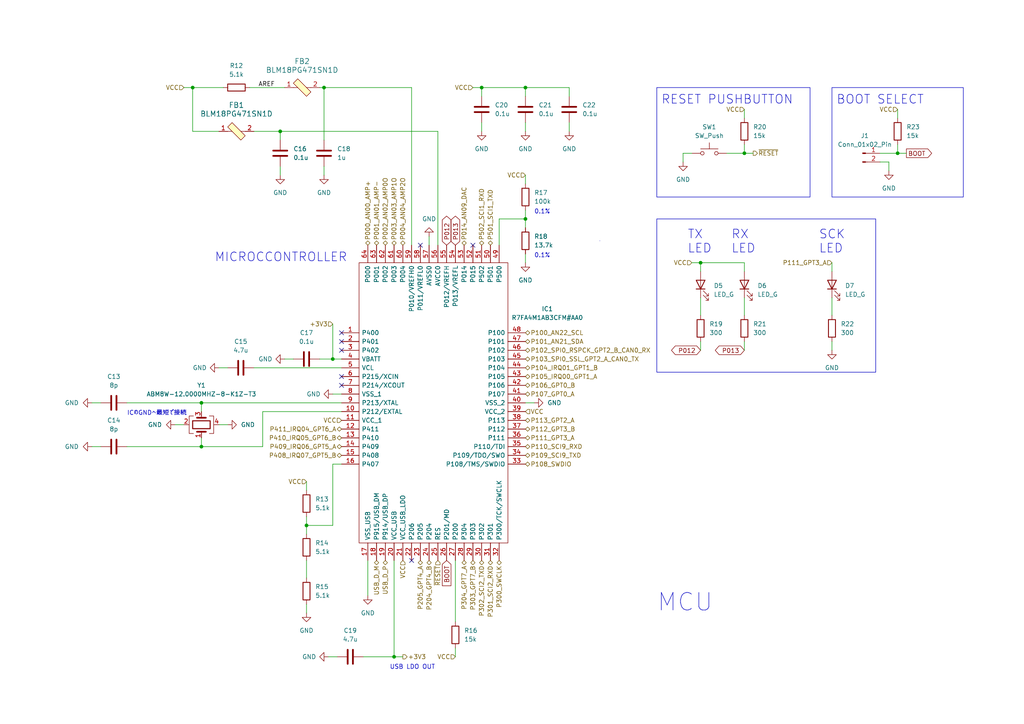
<source format=kicad_sch>
(kicad_sch (version 20230121) (generator eeschema)
  (paper "A4")
  (lib_symbols
    (symbol "Connector:Conn_01x02_Pin" (pin_names (offset 1.016) hide)
      (property "Reference" "J" (at 0 2.54 0))
      (property "Value" "Conn_01x02_Pin" (at 0 -5.08 0))
      (symbol "Conn_01x02_Pin_1_1"
        (polyline (pts (xy 1.27 -2.54) (xy 0.8636 -2.54)) (stroke (width 0.1524)))
        (polyline (pts (xy 1.27 0) (xy 0.8636 0)) (stroke (width 0.1524)))
        (rectangle (start 0.8636 -2.413) (end 0 -2.667) (stroke (width 0.1524)) (fill (type outline)))
        (rectangle (start 0.8636 0.127) (end 0 -0.127) (stroke (width 0.1524)) (fill (type outline)))
        (pin passive line (at 5.08 0 180) (length 3.81) (name "Pin_1") (number "1"))
        (pin passive line (at 5.08 -2.54 180) (length 3.81) (name "Pin_2") (number "2"))
      )
    )
    (symbol "Device:C" (pin_numbers hide) (pin_names (offset 0.254))
      (property "Reference" "C" (at 0.635 2.54 0))
      (property "Value" "C" (at 0.635 -2.54 0))
      (symbol "C_0_1"
        (polyline (pts (xy -2.032 -0.762) (xy 2.032 -0.762)) (stroke (width 0.508)))
        (polyline (pts (xy -2.032 0.762) (xy 2.032 0.762)) (stroke (width 0.508)))
      )
      (symbol "C_1_1"
        (pin passive line (at 0 3.81 270) (length 2.794) (name "~") (number "1"))
        (pin passive line (at 0 -3.81 90) (length 2.794) (name "~") (number "2"))
      )
    )
    (symbol "Device:Crystal_GND24" (pin_names (offset 1.016) hide)
      (property "Reference" "Y" (at 3.175 5.08 0))
      (property "Value" "Crystal_GND24" (at 3.175 3.175 0))
      (symbol "Crystal_GND24_0_1"
        (rectangle (start -1.143 2.54) (end 1.143 -2.54) (stroke (width 0.3048)))
        (polyline (pts (xy -2.54 0) (xy -2.032 0)))
        (polyline (pts (xy -2.032 -1.27) (xy -2.032 1.27)) (stroke (width 0.508)))
        (polyline (pts (xy 0 -3.81) (xy 0 -3.556)))
        (polyline (pts (xy 0 3.556) (xy 0 3.81)))
        (polyline (pts (xy 2.032 -1.27) (xy 2.032 1.27)) (stroke (width 0.508)))
        (polyline (pts (xy 2.032 0) (xy 2.54 0)))
        (polyline (pts (xy -2.54 -2.286) (xy -2.54 -3.556) (xy 2.54 -3.556) (xy 2.54 -2.286)))
        (polyline (pts (xy -2.54 2.286) (xy -2.54 3.556) (xy 2.54 3.556) (xy 2.54 2.286)))
      )
      (symbol "Crystal_GND24_1_1"
        (pin passive line (at -3.81 0 0) (length 1.27) (name "1") (number "1"))
        (pin passive line (at 0 5.08 270) (length 1.27) (name "2") (number "2"))
        (pin passive line (at 3.81 0 180) (length 1.27) (name "3") (number "3"))
        (pin passive line (at 0 -5.08 90) (length 1.27) (name "4") (number "4"))
      )
    )
    (symbol "Device:LED" (pin_numbers hide) (pin_names (offset 1.016) hide)
      (property "Reference" "D" (at 0 2.54 0))
      (property "Value" "LED" (at 0 -2.54 0))
      (symbol "LED_0_1"
        (polyline (pts (xy -1.27 -1.27) (xy -1.27 1.27)) (stroke (width 0.254)))
        (polyline (pts (xy -1.27 0) (xy 1.27 0)))
        (polyline (pts (xy 1.27 -1.27) (xy 1.27 1.27) (xy -1.27 0) (xy 1.27 -1.27)) (stroke (width 0.254)))
        (polyline (pts (xy -3.048 -0.762) (xy -4.572 -2.286) (xy -3.81 -2.286) (xy -4.572 -2.286) (xy -4.572 -1.524)))
        (polyline (pts (xy -1.778 -0.762) (xy -3.302 -2.286) (xy -2.54 -2.286) (xy -3.302 -2.286) (xy -3.302 -1.524)))
      )
      (symbol "LED_1_1"
        (pin passive line (at -3.81 0 0) (length 2.54) (name "K") (number "1"))
        (pin passive line (at 3.81 0 180) (length 2.54) (name "A") (number "2"))
      )
    )
    (symbol "Device:R" (pin_numbers hide) (pin_names (offset 0))
      (property "Reference" "R" (at 2.032 0 90))
      (property "Value" "R" (at 0 0 90))
      (symbol "R_0_1"
        (rectangle (start -1.016 -2.54) (end 1.016 2.54) (stroke (width 0.254)))
      )
      (symbol "R_1_1"
        (pin passive line (at 0 3.81 270) (length 1.27) (name "~") (number "1"))
        (pin passive line (at 0 -3.81 90) (length 1.27) (name "~") (number "2"))
      )
    )
    (symbol "SamacSys_Parts:R7FA4M1AB3CFM#AA0" (pin_names (offset 0.762))
      (property "Reference" "IC" (at 49.53 25.4 0))
      (property "Value" "R7FA4M1AB3CFM#AA0" (at 49.53 22.86 0))
      (symbol "R7FA4M1AB3CFM#AA0_0_0"
        (pin passive line (at 0 0 0) (length 5.08) (name "P400") (number "1"))
        (pin passive line (at 0 -22.86 0) (length 5.08) (name "P212/EXTAL") (number "10"))
        (pin passive line (at 0 -25.4 0) (length 5.08) (name "VCC_1") (number "11"))
        (pin passive line (at 0 -27.94 0) (length 5.08) (name "P411") (number "12"))
        (pin passive line (at 0 -30.48 0) (length 5.08) (name "P410") (number "13"))
        (pin passive line (at 0 -33.02 0) (length 5.08) (name "P409") (number "14"))
        (pin passive line (at 0 -35.56 0) (length 5.08) (name "P408") (number "15"))
        (pin passive line (at 0 -38.1 0) (length 5.08) (name "P407") (number "16"))
        (pin passive line (at 7.62 -66.04 90) (length 5.08) (name "VSS_USB") (number "17"))
        (pin passive line (at 10.16 -66.04 90) (length 5.08) (name "P915/USB_DM") (number "18"))
        (pin passive line (at 12.7 -66.04 90) (length 5.08) (name "P914/USB_DP") (number "19"))
        (pin passive line (at 0 -2.54 0) (length 5.08) (name "P401") (number "2"))
        (pin passive line (at 15.24 -66.04 90) (length 5.08) (name "VCC_USB") (number "20"))
        (pin passive line (at 17.78 -66.04 90) (length 5.08) (name "VCC_USB_LDO") (number "21"))
        (pin passive line (at 20.32 -66.04 90) (length 5.08) (name "P206") (number "22"))
        (pin passive line (at 22.86 -66.04 90) (length 5.08) (name "P205") (number "23"))
        (pin passive line (at 25.4 -66.04 90) (length 5.08) (name "P204") (number "24"))
        (pin passive line (at 27.94 -66.04 90) (length 5.08) (name "RES") (number "25"))
        (pin passive line (at 30.48 -66.04 90) (length 5.08) (name "P201/MD") (number "26"))
        (pin passive line (at 33.02 -66.04 90) (length 5.08) (name "P200") (number "27"))
        (pin passive line (at 35.56 -66.04 90) (length 5.08) (name "P304") (number "28"))
        (pin passive line (at 38.1 -66.04 90) (length 5.08) (name "P303") (number "29"))
        (pin passive line (at 0 -5.08 0) (length 5.08) (name "P402") (number "3"))
        (pin passive line (at 40.64 -66.04 90) (length 5.08) (name "P302") (number "30"))
        (pin passive line (at 43.18 -66.04 90) (length 5.08) (name "P301") (number "31"))
        (pin passive line (at 45.72 -66.04 90) (length 5.08) (name "P300/TCK/SWCLK") (number "32"))
        (pin passive line (at 53.34 -38.1 180) (length 5.08) (name "P108/TMS/SWDIO") (number "33"))
        (pin passive line (at 53.34 -35.56 180) (length 5.08) (name "P109/TDO/SWO") (number "34"))
        (pin passive line (at 53.34 -33.02 180) (length 5.08) (name "P110/TDI") (number "35"))
        (pin passive line (at 53.34 -30.48 180) (length 5.08) (name "P111") (number "36"))
        (pin passive line (at 53.34 -27.94 180) (length 5.08) (name "P112") (number "37"))
        (pin passive line (at 53.34 -25.4 180) (length 5.08) (name "P113") (number "38"))
        (pin passive line (at 53.34 -22.86 180) (length 5.08) (name "VCC_2") (number "39"))
        (pin passive line (at 0 -7.62 0) (length 5.08) (name "VBATT") (number "4"))
        (pin passive line (at 53.34 -20.32 180) (length 5.08) (name "VSS_2") (number "40"))
        (pin passive line (at 53.34 -17.78 180) (length 5.08) (name "P107") (number "41"))
        (pin passive line (at 53.34 -15.24 180) (length 5.08) (name "P106") (number "42"))
        (pin passive line (at 53.34 -12.7 180) (length 5.08) (name "P105") (number "43"))
        (pin passive line (at 53.34 -10.16 180) (length 5.08) (name "P104") (number "44"))
        (pin passive line (at 53.34 -7.62 180) (length 5.08) (name "P103") (number "45"))
        (pin passive line (at 53.34 -5.08 180) (length 5.08) (name "P102") (number "46"))
        (pin passive line (at 53.34 -2.54 180) (length 5.08) (name "P101") (number "47"))
        (pin passive line (at 53.34 0 180) (length 5.08) (name "P100") (number "48"))
        (pin passive line (at 45.72 25.4 270) (length 5.08) (name "P500") (number "49"))
        (pin passive line (at 0 -10.16 0) (length 5.08) (name "VCL") (number "5"))
        (pin passive line (at 43.18 25.4 270) (length 5.08) (name "P501") (number "50"))
        (pin passive line (at 40.64 25.4 270) (length 5.08) (name "P502") (number "51"))
        (pin passive line (at 38.1 25.4 270) (length 5.08) (name "P015") (number "52"))
        (pin passive line (at 35.56 25.4 270) (length 5.08) (name "P014") (number "53"))
        (pin passive line (at 33.02 25.4 270) (length 5.08) (name "P013/VREFL") (number "54"))
        (pin passive line (at 30.48 25.4 270) (length 5.08) (name "P012/VREFH") (number "55"))
        (pin passive line (at 27.94 25.4 270) (length 5.08) (name "AVCC0") (number "56"))
        (pin passive line (at 25.4 25.4 270) (length 5.08) (name "AVSS0") (number "57"))
        (pin passive line (at 22.86 25.4 270) (length 5.08) (name "P011/VREFL0") (number "58"))
        (pin passive line (at 20.32 25.4 270) (length 5.08) (name "P010/VREFH0") (number "59"))
        (pin passive line (at 0 -12.7 0) (length 5.08) (name "P215/XCIN") (number "6"))
        (pin passive line (at 17.78 25.4 270) (length 5.08) (name "P004") (number "60"))
        (pin passive line (at 15.24 25.4 270) (length 5.08) (name "P003") (number "61"))
        (pin passive line (at 12.7 25.4 270) (length 5.08) (name "P002") (number "62"))
        (pin passive line (at 10.16 25.4 270) (length 5.08) (name "P001") (number "63"))
        (pin passive line (at 7.62 25.4 270) (length 5.08) (name "P000") (number "64"))
        (pin passive line (at 0 -15.24 0) (length 5.08) (name "P214/XCOUT") (number "7"))
        (pin passive line (at 0 -17.78 0) (length 5.08) (name "VSS_1") (number "8"))
        (pin passive line (at 0 -20.32 0) (length 5.08) (name "P213/XTAL") (number "9"))
      )
      (symbol "R7FA4M1AB3CFM#AA0_0_1"
        (polyline (pts (xy 5.08 20.32) (xy 48.26 20.32) (xy 48.26 -60.96) (xy 5.08 -60.96) (xy 5.08 20.32)) (stroke (width 0.1524)))
      )
    )
    (symbol "Switch:SW_Push" (pin_numbers hide) (pin_names (offset 1.016) hide)
      (property "Reference" "SW" (at 1.27 2.54 0))
      (property "Value" "SW_Push" (at 0 -1.524 0))
      (symbol "SW_Push_0_1"
        (circle (center -2.032 0) (radius 0.508))
        (polyline (pts (xy 0 1.27) (xy 0 3.048)))
        (polyline (pts (xy 2.54 1.27) (xy -2.54 1.27)))
        (circle (center 2.032 0) (radius 0.508))
        (pin passive line (at -5.08 0 0) (length 2.54) (name "1") (number "1"))
        (pin passive line (at 5.08 0 180) (length 2.54) (name "2") (number "2"))
      )
    )
    (symbol "dk_Ferrite-Beads-and-Chips:BLM18PG471SN1D" (pin_names (offset 1.016))
      (property "Reference" "FB" (at -3.81 3.81 0))
      (property "Value" "BLM18PG471SN1D" (at 0 -3.81 0))
      (symbol "BLM18PG471SN1D_0_1"
        (polyline (pts (xy -1.27 0) (xy -2.54 0)))
        (polyline (pts (xy 1.27 0) (xy 2.54 0)))
        (polyline (pts (xy -1.27 2.54) (xy -2.54 1.27) (xy 1.27 -2.54) (xy 2.54 -1.27) (xy -1.27 2.54)) (fill (type background)))
      )
      (symbol "BLM18PG471SN1D_1_1"
        (pin passive line (at -5.08 0 0) (length 2.54) (name "~") (number "1"))
        (pin passive line (at 5.08 0 180) (length 2.54) (name "~") (number "2"))
      )
    )
    (symbol "power:GND" (power) (pin_names (offset 0))
      (property "Value" "GND" (at 0 -3.81 0))
      (symbol "GND_0_1"
        (polyline (pts (xy 0 0) (xy 0 -1.27) (xy 1.27 -1.27) (xy 0 -2.54) (xy -1.27 -1.27) (xy 0 -1.27)))
      )
      (symbol "GND_1_1"
        (pin power_in line (at 0 0 270) (length 0) hide (name "GND") (number "1"))
      )
    )
  )
  (junction (at 114.3 190.5))
  (junction (at 96.52 104.14))
  (junction (at 203.2 76.2))
  (junction (at 55.88 25.4))
  (junction (at 152.4 63.5))
  (junction (at 88.9 152.4))
  (junction (at 58.42 129.54))
  (junction (at 139.7 25.4))
  (junction (at 81.28 38.1))
  (junction (at 260.35 44.45))
  (junction (at 93.98 25.4))
  (junction (at 215.9 44.45))
  (junction (at 152.4 25.4))
  (junction (at 58.42 116.84))
  (no_connect (at 99.06 109.22))
  (no_connect (at 137.16 71.12))
  (no_connect (at 99.06 96.52))
  (no_connect (at 121.92 71.12))
  (no_connect (at 119.38 162.56))
  (no_connect (at 99.06 101.6))
  (no_connect (at 99.06 99.06))
  (no_connect (at 99.06 111.76))
  (wire (pts (xy 58.42 129.54) (xy 58.42 127)))
  (wire (pts (xy 81.28 50.8) (xy 81.28 48.26)))
  (wire (pts (xy 26.67 116.84) (xy 29.21 116.84)))
  (wire (pts (xy 215.9 31.75) (xy 215.9 34.29)))
  (wire (pts (xy 139.7 25.4) (xy 152.4 25.4)))
  (wire (pts (xy 55.88 25.4) (xy 64.77 25.4)))
  (wire (pts (xy 88.9 149.86) (xy 88.9 152.4)))
  (wire (pts (xy 105.41 190.5) (xy 114.3 190.5)))
  (wire (pts (xy 114.3 190.5) (xy 116.84 190.5)))
  (wire (pts (xy 99.06 134.62) (xy 96.52 134.62)))
  (wire (pts (xy 260.35 31.75) (xy 260.35 34.29)))
  (wire (pts (xy 93.98 25.4) (xy 119.38 25.4)))
  (wire (pts (xy 93.98 40.64) (xy 93.98 25.4)))
  (wire (pts (xy 198.12 44.45) (xy 200.66 44.45)))
  (wire (pts (xy 96.52 114.3) (xy 99.06 114.3)))
  (wire (pts (xy 215.9 76.2) (xy 215.9 78.74)))
  (wire (pts (xy 132.08 187.96) (xy 132.08 190.5)))
  (wire (pts (xy 88.9 162.56) (xy 88.9 167.64)))
  (wire (pts (xy 203.2 86.36) (xy 203.2 91.44)))
  (wire (pts (xy 152.4 60.96) (xy 152.4 63.5)))
  (wire (pts (xy 215.9 41.91) (xy 215.9 44.45)))
  (wire (pts (xy 95.25 190.5) (xy 97.79 190.5)))
  (wire (pts (xy 63.5 38.1) (xy 55.88 38.1)))
  (wire (pts (xy 36.83 116.84) (xy 58.42 116.84)))
  (wire (pts (xy 93.98 50.8) (xy 93.98 48.26)))
  (wire (pts (xy 139.7 38.1) (xy 139.7 35.56)))
  (wire (pts (xy 241.3 76.2) (xy 241.3 78.74)))
  (wire (pts (xy 215.9 86.36) (xy 215.9 91.44)))
  (wire (pts (xy 114.3 162.56) (xy 114.3 190.5)))
  (wire (pts (xy 96.52 104.14) (xy 99.06 104.14)))
  (wire (pts (xy 92.71 25.4) (xy 93.98 25.4)))
  (wire (pts (xy 144.78 71.12) (xy 144.78 63.5)))
  (wire (pts (xy 132.08 162.56) (xy 132.08 180.34)))
  (wire (pts (xy 26.67 129.54) (xy 29.21 129.54)))
  (wire (pts (xy 137.16 25.4) (xy 139.7 25.4)))
  (wire (pts (xy 81.28 40.64) (xy 81.28 38.1)))
  (wire (pts (xy 203.2 76.2) (xy 203.2 78.74)))
  (wire (pts (xy 203.2 76.2) (xy 215.9 76.2)))
  (wire (pts (xy 88.9 175.26) (xy 88.9 177.8)))
  (wire (pts (xy 73.66 38.1) (xy 81.28 38.1)))
  (wire (pts (xy 96.52 93.98) (xy 96.52 104.14)))
  (wire (pts (xy 152.4 38.1) (xy 152.4 35.56)))
  (wire (pts (xy 58.42 129.54) (xy 76.2 129.54)))
  (wire (pts (xy 255.27 44.45) (xy 260.35 44.45)))
  (wire (pts (xy 257.81 49.53) (xy 257.81 46.99)))
  (wire (pts (xy 92.71 104.14) (xy 96.52 104.14)))
  (wire (pts (xy 76.2 119.38) (xy 76.2 129.54)))
  (wire (pts (xy 96.52 152.4) (xy 88.9 152.4)))
  (wire (pts (xy 72.39 25.4) (xy 82.55 25.4)))
  (wire (pts (xy 58.42 116.84) (xy 99.06 116.84)))
  (wire (pts (xy 152.4 27.94) (xy 152.4 25.4)))
  (wire (pts (xy 58.42 119.38) (xy 58.42 116.84)))
  (wire (pts (xy 88.9 139.7) (xy 88.9 142.24)))
  (wire (pts (xy 152.4 63.5) (xy 152.4 66.04)))
  (wire (pts (xy 63.5 106.68) (xy 66.04 106.68)))
  (wire (pts (xy 154.94 116.84) (xy 152.4 116.84)))
  (wire (pts (xy 124.46 68.58) (xy 124.46 71.12)))
  (wire (pts (xy 198.12 44.45) (xy 198.12 46.99)))
  (wire (pts (xy 257.81 46.99) (xy 255.27 46.99)))
  (wire (pts (xy 260.35 41.91) (xy 260.35 44.45)))
  (wire (pts (xy 203.2 99.06) (xy 203.2 101.6)))
  (wire (pts (xy 260.35 44.45) (xy 262.89 44.45)))
  (wire (pts (xy 76.2 119.38) (xy 99.06 119.38)))
  (wire (pts (xy 152.4 73.66) (xy 152.4 76.2)))
  (wire (pts (xy 88.9 152.4) (xy 88.9 154.94)))
  (wire (pts (xy 73.66 106.68) (xy 99.06 106.68)))
  (wire (pts (xy 36.83 129.54) (xy 58.42 129.54)))
  (wire (pts (xy 152.4 50.8) (xy 152.4 53.34)))
  (wire (pts (xy 139.7 25.4) (xy 139.7 27.94)))
  (wire (pts (xy 106.68 172.72) (xy 106.68 162.56)))
  (wire (pts (xy 210.82 44.45) (xy 215.9 44.45)))
  (wire (pts (xy 165.1 25.4) (xy 152.4 25.4)))
  (wire (pts (xy 63.5 123.19) (xy 66.04 123.19)))
  (wire (pts (xy 81.28 38.1) (xy 127 38.1)))
  (wire (pts (xy 55.88 38.1) (xy 55.88 25.4)))
  (wire (pts (xy 96.52 134.62) (xy 96.52 152.4)))
  (wire (pts (xy 53.34 25.4) (xy 55.88 25.4)))
  (wire (pts (xy 241.3 86.36) (xy 241.3 91.44)))
  (wire (pts (xy 200.66 76.2) (xy 203.2 76.2)))
  (wire (pts (xy 53.34 123.19) (xy 50.8 123.19)))
  (wire (pts (xy 165.1 27.94) (xy 165.1 25.4)))
  (wire (pts (xy 215.9 44.45) (xy 218.44 44.45)))
  (wire (pts (xy 144.78 63.5) (xy 152.4 63.5)))
  (wire (pts (xy 241.3 99.06) (xy 241.3 101.6)))
  (wire (pts (xy 215.9 99.06) (xy 215.9 101.6)))
  (wire (pts (xy 165.1 38.1) (xy 165.1 35.56)))
  (wire (pts (xy 119.38 25.4) (xy 119.38 71.12)))
  (wire (pts (xy 127 38.1) (xy 127 71.12)))
  (wire (pts (xy 82.55 104.14) (xy 85.09 104.14)))
  (rectangle (start 173.99 69.85) (end 173.99 69.85))
  (rectangle (start 241.3 25.4) (end 279.4 57.15))
  (rectangle (start 190.5 25.4) (end 234.95 57.15))
  (rectangle (start 190.5 63.5) (end 254 107.95))
  (text "SCK\nLED" (at 237.49 73.66 0) (effects (font (size 2.54 2.54)) (justify left bottom)))
  (text "RX\nLED" (at 212.09 73.66 0) (effects (font (size 2.54 2.54)) (justify left bottom)))
  (text "MICROCCONTROLLER" (at 62.23 76.2 0) (effects (font (size 2.54 2.54)) (justify left bottom)))
  (text "BOOT SELECT" (at 242.57 30.48 0) (effects (font (size 2.54 2.54)) (justify left bottom)))
  (text "ICのGNDへ最短で接続" (at 36.83 120.65 0) (effects (font (size 1.27 1.27)) (justify left bottom)))
  (text "0.1%" (at 154.94 62.23 0) (effects (font (size 1.27 1.27)) (justify left bottom)))
  (text "MCU" (at 190.5 177.8 0) (effects (font (size 5.08 5.08)) (justify left bottom)))
  (text "0.1%" (at 154.94 74.93 0) (effects (font (size 1.27 1.27)) (justify left bottom)))
  (text "RESET PUSHBUTTON" (at 191.77 30.48 0) (effects (font (size 2.54 2.54)) (justify left bottom)))
  (text "TX\nLED" (at 199.39 73.66 0) (effects (font (size 2.54 2.54)) (justify left bottom)))
  (text "USB LDO OUT" (at 113.03 194.31 0) (effects (font (size 1.27 1.27)) (justify left bottom)))
  (label "AREF" (at 74.93 25.4 0))
  (global_label "P013" (shape bidirectional) (at 215.9 101.6 180) (property "Intersheetrefs" "${INTERSHEET_REFS}" (effects hide)))
  (global_label "BOOT" (shape input) (at 129.54 162.56 270) (property "Intersheetrefs" "${INTERSHEET_REFS}" (effects hide)))
  (global_label "P013" (shape bidirectional) (at 132.08 71.12 90) (property "Intersheetrefs" "${INTERSHEET_REFS}" (effects hide)))
  (global_label "BOOT" (shape output) (at 262.89 44.45 0) (property "Intersheetrefs" "${INTERSHEET_REFS}" (effects hide)))
  (global_label "P012" (shape bidirectional) (at 129.54 71.12 90) (property "Intersheetrefs" "${INTERSHEET_REFS}" (effects hide)))
  (global_label "P012" (shape bidirectional) (at 203.2 101.6 180) (property "Intersheetrefs" "${INTERSHEET_REFS}" (effects hide)))
  (hierarchical_label "P003_AN03_AMP1O" (shape bidirectional) (at 114.3 71.12 90))
  (hierarchical_label "P004_AN04_AMP2O" (shape bidirectional) (at 116.84 71.12 90))
  (hierarchical_label "P304_GPT7_A" (shape bidirectional) (at 134.62 162.56 270))
  (hierarchical_label "P113_GPT2_A" (shape bidirectional) (at 152.4 121.92 0))
  (hierarchical_label "~{RESET}" (shape input) (at 127 162.56 270))
  (hierarchical_label "P111_GPT3_A" (shape input) (at 241.3 76.2 180))
  (hierarchical_label "+3V3" (shape output) (at 116.84 190.5 0))
  (hierarchical_label "P100_AN22_SCL" (shape bidirectional) (at 152.4 96.52 0))
  (hierarchical_label "P102_SPI0_RSPCK_GPT2_B_CAN0_RX" (shape bidirectional) (at 152.4 101.6 0))
  (hierarchical_label "VCC" (shape input) (at 137.16 25.4 180))
  (hierarchical_label "P410_IRQ05_GPT6_B" (shape bidirectional) (at 99.06 127 180))
  (hierarchical_label "P111_GPT3_A" (shape bidirectional) (at 152.4 127 0))
  (hierarchical_label "VCC" (shape input) (at 152.4 50.8 180))
  (hierarchical_label "P303_GPT7_B" (shape bidirectional) (at 137.16 162.56 270))
  (hierarchical_label "VCC" (shape input) (at 116.84 162.56 270))
  (hierarchical_label "P104_IRQ01_GPT1_B" (shape bidirectional) (at 152.4 106.68 0))
  (hierarchical_label "P108_SWDIO" (shape bidirectional) (at 152.4 134.62 0))
  (hierarchical_label "+3V3" (shape input) (at 96.52 93.98 180))
  (hierarchical_label "P002_AN02_AMP0O" (shape bidirectional) (at 111.76 71.12 90))
  (hierarchical_label "P109_SCI9_TXD" (shape bidirectional) (at 152.4 132.08 0))
  (hierarchical_label "P000_AN00_AMP+" (shape bidirectional) (at 106.68 71.12 90))
  (hierarchical_label "P502_SCI1_RXD" (shape bidirectional) (at 139.7 71.12 90))
  (hierarchical_label "VCC" (shape input) (at 152.4 119.38 0))
  (hierarchical_label "P001_AN01_AMP-" (shape bidirectional) (at 109.22 71.12 90))
  (hierarchical_label "VCC" (shape input) (at 132.08 190.5 180))
  (hierarchical_label "P205_GPT4_A" (shape bidirectional) (at 121.92 162.56 270))
  (hierarchical_label "P110_SCI9_RXD" (shape bidirectional) (at 152.4 129.54 0))
  (hierarchical_label "VCC" (shape input) (at 215.9 31.75 180))
  (hierarchical_label "P103_SPI0_SSL_GPT2_A_CAN0_TX" (shape bidirectional) (at 152.4 104.14 0))
  (hierarchical_label "P112_GPT3_B" (shape bidirectional) (at 152.4 124.46 0))
  (hierarchical_label "VCC" (shape input) (at 88.9 139.7 180))
  (hierarchical_label "P501_SCI1_TXD" (shape bidirectional) (at 142.24 71.12 90))
  (hierarchical_label "P106_GPT0_B" (shape bidirectional) (at 152.4 111.76 0))
  (hierarchical_label "P409_IRQ06_GPT5_A" (shape bidirectional) (at 99.06 129.54 180))
  (hierarchical_label "P302_SCI2_TXD" (shape bidirectional) (at 139.7 162.56 270))
  (hierarchical_label "P101_AN21_SDA" (shape bidirectional) (at 152.4 99.06 0))
  (hierarchical_label "P014_AN09_DAC" (shape bidirectional) (at 134.62 71.12 90))
  (hierarchical_label "P105_IRQ00_GPT1_A" (shape bidirectional) (at 152.4 109.22 0))
  (hierarchical_label "VCC" (shape input) (at 200.66 76.2 180))
  (hierarchical_label "P411_IRQ04_GPT6_A" (shape bidirectional) (at 99.06 124.46 180))
  (hierarchical_label "~{RESET}" (shape output) (at 218.44 44.45 0))
  (hierarchical_label "USB_D_P" (shape bidirectional) (at 111.76 162.56 270))
  (hierarchical_label "P107_GPT0_A" (shape bidirectional) (at 152.4 114.3 0))
  (hierarchical_label "P408_IRQ07_GPT5_B" (shape bidirectional) (at 99.06 132.08 180))
  (hierarchical_label "VCC" (shape input) (at 53.34 25.4 180))
  (hierarchical_label "VCC" (shape input) (at 99.06 121.92 180))
  (hierarchical_label "P301_SCI2_RXD" (shape bidirectional) (at 142.24 162.56 270))
  (hierarchical_label "P300_SWCLK" (shape bidirectional) (at 144.78 162.56 270))
  (hierarchical_label "USB_D_M" (shape bidirectional) (at 109.22 162.56 270))
  (hierarchical_label "P204_GPT4_B" (shape bidirectional) (at 124.46 162.56 270))
  (hierarchical_label "VCC" (shape input) (at 260.35 31.75 180))
  (symbol (lib_id "Device:R") (at 88.9 146.05 180) (unit 1)
    (property "Reference" "R13" (at 91.44 144.78 0) (effects (justify right)))
    (property "Value" "5.1k" (at 91.44 147.32 0) (effects (justify right)))
    (property "Footprint" "Resistor_SMD:R_0603_1608Metric" (effects hide))
    (property "発注先" "Digi-Key" (effects hide))
  )
  (symbol (lib_id "power:GND") (at 95.25 190.5 270) (unit 1)
    (property "Reference" "#PWR040" (effects hide))
    (property "Value" "GND" (at 87.63 190.5 90) (effects (justify left)))
  )
  (symbol (lib_id "power:GND") (at 198.12 46.99 0) (unit 1)
    (property "Reference" "#PWR049" (effects hide))
    (property "Value" "GND" (at 198.12 52.07 0))
  )
  (symbol (lib_id "power:GND") (at 165.1 38.1 0) (unit 1)
    (property "Reference" "#PWR048" (effects hide))
    (property "Value" "GND" (at 165.1 43.18 0))
  )
  (symbol (lib_id "Device:C") (at 152.4 31.75 0) (unit 1)
    (property "Reference" "C21" (at 156.21 30.48 0) (effects (justify left)))
    (property "Value" "0.1u" (at 156.21 33.02 0) (effects (justify left)))
    (property "Footprint" "Capacitor_SMD:C_0603_1608Metric" (effects hide))
    (property "発注先" "Digi-Key" (effects hide))
  )
  (symbol (lib_id "power:GND") (at 241.3 101.6 0) (unit 1)
    (property "Reference" "#PWR050" (effects hide))
    (property "Value" "GND" (at 241.3 106.68 0))
  )
  (symbol (lib_id "Device:R") (at 215.9 95.25 0) (unit 1)
    (property "Reference" "R21" (at 218.44 93.98 0) (effects (justify left)))
    (property "Value" "300" (at 218.44 96.52 0) (effects (justify left)))
    (property "Footprint" "Resistor_SMD:R_0603_1608Metric" (effects hide))
    (property "発注先" "Digi-Key" (effects hide))
  )
  (symbol (lib_id "Connector:Conn_01x02_Pin") (at 250.19 44.45 0) (unit 1)
    (property "Reference" "J1" (at 250.825 39.37 0))
    (property "Value" "Conn_01x02_Pin" (at 250.825 41.91 0))
    (property "Footprint" "Connector_PinHeader_2.54mm:PinHeader_1x02_P2.54mm_Vertical" (effects hide))
  )
  (symbol (lib_id "Device:R") (at 88.9 171.45 180) (unit 1)
    (property "Reference" "R15" (at 91.44 170.18 0) (effects (justify right)))
    (property "Value" "5.1k" (at 91.44 172.72 0) (effects (justify right)))
    (property "Footprint" "Resistor_SMD:R_0603_1608Metric" (effects hide))
    (property "発注先" "Digi-Key" (effects hide))
  )
  (symbol (lib_id "power:GND") (at 88.9 177.8 0) (unit 1)
    (property "Reference" "#PWR038" (effects hide))
    (property "Value" "GND" (at 88.9 182.88 0))
  )
  (symbol (lib_id "dk_Ferrite-Beads-and-Chips:BLM18PG471SN1D") (at 87.63 25.4 0) (unit 1)
    (property "Reference" "FB2" (at 87.63 17.78 0) (effects (font (size 1.524 1.524))))
    (property "Value" "BLM18PG471SN1D" (at 87.63 20.32 0) (effects (font (size 1.524 1.524))))
    (property "Footprint" "digikey-footprints:0603" (effects hide))
    (property "Datasheet" "https://www.murata.com/en-us/products/productdata/8796738650142/ENFA0003.pdf" (effects hide))
    (property "Digi-Key_PN" "490-5223-1-ND" (effects hide))
    (property "MPN" "BLM18PG471SN1D" (effects hide))
    (property "Category" "Filters" (effects hide))
    (property "Family" "Ferrite Beads and Chips" (effects hide))
    (property "DK_Datasheet_Link" "https://www.murata.com/en-us/products/productdata/8796738650142/ENFA0003.pdf" (effects hide))
    (property "DK_Detail_Page" "/product-detail/en/murata-electronics-north-america/BLM18PG471SN1D/490-5223-1-ND/1948399" (effects hide))
    (property "Description" "FERRITE BEAD 470 OHM 0603 1LN" (effects hide))
    (property "Manufacturer" "Murata Electronics North America" (effects hide))
    (property "Status" "Active" (effects hide))
    (property "発注先" "Digi-Key" (effects hide))
  )
  (symbol (lib_id "Device:R") (at 203.2 95.25 0) (unit 1)
    (property "Reference" "R19" (at 205.74 93.98 0) (effects (justify left)))
    (property "Value" "300" (at 205.74 96.52 0) (effects (justify left)))
    (property "Footprint" "Resistor_SMD:R_0603_1608Metric" (effects hide))
    (property "発注先" "Digi-Key" (effects hide))
  )
  (symbol (lib_id "power:GND") (at 82.55 104.14 270) (unit 1)
    (property "Reference" "#PWR037" (effects hide))
    (property "Value" "GND" (at 74.93 104.14 90) (effects (justify left)))
  )
  (symbol (lib_id "power:GND") (at 257.81 49.53 0) (unit 1)
    (property "Reference" "#PWR051" (effects hide))
    (property "Value" "GND" (at 257.81 54.61 0))
  )
  (symbol (lib_id "Device:R") (at 152.4 69.85 180) (unit 1)
    (property "Reference" "R18" (at 154.94 68.58 0) (effects (justify right)))
    (property "Value" "13.7k" (at 154.94 71.12 0) (effects (justify right)))
    (property "Footprint" "Resistor_SMD:R_0603_1608Metric" (effects hide))
    (property "発注先" "Digi-Key" (effects hide))
  )
  (symbol (lib_id "power:GND") (at 93.98 50.8 0) (unit 1)
    (property "Reference" "#PWR039" (effects hide))
    (property "Value" "GND" (at 93.98 55.88 0))
  )
  (symbol (lib_id "Device:LED") (at 215.9 82.55 90) (unit 1)
    (property "Reference" "D6" (at 219.71 82.8675 90) (effects (justify right)))
    (property "Value" "LED_G" (at 219.71 85.4075 90) (effects (justify right)))
    (property "Footprint" "LED_SMD:LED_0603_1608Metric" (effects hide))
    (property "発注先" "Digi-Key" (effects hide))
  )
  (symbol (lib_id "Device:R") (at 241.3 95.25 0) (unit 1)
    (property "Reference" "R22" (at 243.84 93.98 0) (effects (justify left)))
    (property "Value" "300" (at 243.84 96.52 0) (effects (justify left)))
    (property "Footprint" "Resistor_SMD:R_0603_1608Metric" (effects hide))
    (property "発注先" "Digi-Key" (effects hide))
  )
  (symbol (lib_id "Device:R") (at 68.58 25.4 90) (unit 1)
    (property "Reference" "R12" (at 68.58 19.05 90))
    (property "Value" "5.1k" (at 68.58 21.59 90))
    (property "Footprint" "Resistor_SMD:R_0603_1608Metric" (effects hide))
    (property "発注先" "Digi-Key" (effects hide))
  )
  (symbol (lib_id "power:GND") (at 26.67 129.54 270) (unit 1)
    (property "Reference" "#PWR033" (effects hide))
    (property "Value" "GND" (at 22.86 129.54 90) (effects (justify right)))
  )
  (symbol (lib_id "power:GND") (at 96.52 114.3 270) (unit 1)
    (property "Reference" "#PWR041" (effects hide))
    (property "Value" "GND" (at 88.9 114.3 90) (effects (justify left)))
  )
  (symbol (lib_id "Switch:SW_Push") (at 205.74 44.45 0) (unit 1)
    (property "Reference" "SW1" (at 205.74 36.83 0))
    (property "Value" "SW_Push" (at 205.74 39.37 0))
    (property "Footprint" "Button_Switch_THT:SW_PUSH_6mm_H7.3mm" (effects hide))
  )
  (symbol (lib_id "Device:C") (at 33.02 116.84 90) (unit 1)
    (property "Reference" "C13" (at 33.02 109.22 90))
    (property "Value" "8p" (at 33.02 111.76 90))
    (property "Footprint" "Capacitor_SMD:C_0402_1005Metric" (effects hide))
    (property "発注先" "Digi-Key" (effects hide))
  )
  (symbol (lib_id "Device:R") (at 88.9 158.75 180) (unit 1)
    (property "Reference" "R14" (at 91.44 157.48 0) (effects (justify right)))
    (property "Value" "5.1k" (at 91.44 160.02 0) (effects (justify right)))
    (property "Footprint" "Resistor_SMD:R_0603_1608Metric" (effects hide))
    (property "発注先" "Digi-Key" (effects hide))
  )
  (symbol (lib_id "power:GND") (at 154.94 116.84 90) (unit 1)
    (property "Reference" "#PWR047" (effects hide))
    (property "Value" "GND" (at 158.75 116.84 90) (effects (justify right)))
  )
  (symbol (lib_id "Device:C") (at 165.1 31.75 0) (unit 1)
    (property "Reference" "C22" (at 168.91 30.48 0) (effects (justify left)))
    (property "Value" "0.1u" (at 168.91 33.02 0) (effects (justify left)))
    (property "Footprint" "Capacitor_SMD:C_0603_1608Metric" (effects hide))
    (property "発注先" "Digi-Key" (effects hide))
  )
  (symbol (lib_id "Device:R") (at 215.9 38.1 0) (unit 1)
    (property "Reference" "R20" (at 218.44 36.83 0) (effects (justify left)))
    (property "Value" "15k" (at 218.44 39.37 0) (effects (justify left)))
    (property "Footprint" "Resistor_SMD:R_0603_1608Metric" (effects hide))
    (property "発注先" "Digi-Key" (effects hide))
  )
  (symbol (lib_id "Device:C") (at 81.28 44.45 0) (unit 1)
    (property "Reference" "C16" (at 85.09 43.18 0) (effects (justify left)))
    (property "Value" "0.1u" (at 85.09 45.72 0) (effects (justify left)))
    (property "Footprint" "Capacitor_SMD:C_0603_1608Metric" (effects hide))
    (property "発注先" "Digi-Key" (effects hide))
  )
  (symbol (lib_id "power:GND") (at 50.8 123.19 270) (unit 1)
    (property "Reference" "#PWR034" (effects hide))
    (property "Value" "GND" (at 46.99 123.19 90) (effects (justify right)))
  )
  (symbol (lib_id "power:GND") (at 152.4 76.2 0) (unit 1)
    (property "Reference" "#PWR046" (effects hide))
    (property "Value" "GND" (at 152.4 81.28 0))
  )
  (symbol (lib_id "Device:C") (at 139.7 31.75 0) (unit 1)
    (property "Reference" "C20" (at 143.51 30.48 0) (effects (justify left)))
    (property "Value" "0.1u" (at 143.51 33.02 0) (effects (justify left)))
    (property "Footprint" "Capacitor_SMD:C_0603_1608Metric" (effects hide))
    (property "発注先" "Digi-Key" (effects hide))
  )
  (symbol (lib_id "power:GND") (at 66.04 123.19 90) (unit 1)
    (property "Reference" "#PWR087" (effects hide))
    (property "Value" "GND" (at 69.85 123.19 90) (effects (justify right)))
  )
  (symbol (lib_id "Device:R") (at 132.08 184.15 0) (unit 1)
    (property "Reference" "R16" (at 134.62 182.88 0) (effects (justify left)))
    (property "Value" "15k" (at 134.62 185.42 0) (effects (justify left)))
    (property "Footprint" "Resistor_SMD:R_0603_1608Metric" (effects hide))
    (property "発注先" "Digi-Key" (effects hide))
  )
  (symbol (lib_id "power:GND") (at 152.4 38.1 0) (unit 1)
    (property "Reference" "#PWR045" (effects hide))
    (property "Value" "GND" (at 152.4 43.18 0))
  )
  (symbol (lib_id "power:GND") (at 26.67 116.84 270) (unit 1)
    (property "Reference" "#PWR032" (effects hide))
    (property "Value" "GND" (at 22.86 116.84 90) (effects (justify right)))
  )
  (symbol (lib_id "Device:C") (at 33.02 129.54 90) (unit 1)
    (property "Reference" "C14" (at 33.02 121.92 90))
    (property "Value" "8p" (at 33.02 124.46 90))
    (property "Footprint" "Capacitor_SMD:C_0402_1005Metric" (effects hide))
    (property "発注先" "Digi-Key" (effects hide))
  )
  (symbol (lib_id "Device:C") (at 93.98 44.45 0) (unit 1)
    (property "Reference" "C18" (at 97.79 43.18 0) (effects (justify left)))
    (property "Value" "1u" (at 97.79 45.72 0) (effects (justify left)))
    (property "Footprint" "Capacitor_SMD:C_0603_1608Metric" (effects hide))
    (property "発注先" "Digi-Key" (effects hide))
  )
  (symbol (lib_id "Device:Crystal_GND24") (at 58.42 123.19 90) (unit 1)
    (property "Reference" "Y1" (at 58.42 111.76 90))
    (property "Value" "ABM8W-12.0000MHZ-8-K1Z-T3" (at 58.42 114.3 90))
    (property "Footprint" "Crystal:Crystal_SMD_3225-4Pin_3.2x2.5mm" (effects hide))
    (property "発注先" "Digi-Key" (effects hide))
  )
  (symbol (lib_id "power:GND") (at 106.68 172.72 0) (unit 1)
    (property "Reference" "#PWR042" (effects hide))
    (property "Value" "GND" (at 106.68 177.8 0))
  )
  (symbol (lib_id "power:GND") (at 139.7 38.1 0) (unit 1)
    (property "Reference" "#PWR044" (effects hide))
    (property "Value" "GND" (at 139.7 43.18 0))
  )
  (symbol (lib_id "Device:R") (at 152.4 57.15 180) (unit 1)
    (property "Reference" "R17" (at 154.94 55.88 0) (effects (justify right)))
    (property "Value" "100k" (at 154.94 58.42 0) (effects (justify right)))
    (property "Footprint" "Resistor_SMD:R_0603_1608Metric" (effects hide))
    (property "発注先" "Digi-Key" (effects hide))
  )
  (symbol (lib_id "dk_Ferrite-Beads-and-Chips:BLM18PG471SN1D") (at 68.58 38.1 0) (unit 1)
    (property "Reference" "FB1" (at 68.58 30.48 0) (effects (font (size 1.524 1.524))))
    (property "Value" "BLM18PG471SN1D" (at 68.58 33.02 0) (effects (font (size 1.524 1.524))))
    (property "Footprint" "digikey-footprints:0603" (effects hide))
    (property "Datasheet" "https://www.murata.com/en-us/products/productdata/8796738650142/ENFA0003.pdf" (effects hide))
    (property "Digi-Key_PN" "490-5223-1-ND" (effects hide))
    (property "MPN" "BLM18PG471SN1D" (effects hide))
    (property "Category" "Filters" (effects hide))
    (property "Family" "Ferrite Beads and Chips" (effects hide))
    (property "DK_Datasheet_Link" "https://www.murata.com/en-us/products/productdata/8796738650142/ENFA0003.pdf" (effects hide))
    (property "DK_Detail_Page" "/product-detail/en/murata-electronics-north-america/BLM18PG471SN1D/490-5223-1-ND/1948399" (effects hide))
    (property "Description" "FERRITE BEAD 470 OHM 0603 1LN" (effects hide))
    (property "Manufacturer" "Murata Electronics North America" (effects hide))
    (property "Status" "Active" (effects hide))
    (property "発注先" "Digi-Key" (effects hide))
  )
  (symbol (lib_id "Device:LED") (at 203.2 82.55 90) (unit 1)
    (property "Reference" "D5" (at 207.01 82.8675 90) (effects (justify right)))
    (property "Value" "LED_G" (at 207.01 85.4075 90) (effects (justify right)))
    (property "Footprint" "LED_SMD:LED_0603_1608Metric" (effects hide))
    (property "発注先" "Digi-Key" (effects hide))
  )
  (symbol (lib_id "Device:LED") (at 241.3 82.55 90) (unit 1)
    (property "Reference" "D7" (at 245.11 82.8675 90) (effects (justify right)))
    (property "Value" "LED_G" (at 245.11 85.4075 90) (effects (justify right)))
    (property "Footprint" "LED_SMD:LED_0603_1608Metric" (effects hide))
    (property "発注先" "Digi-Key" (effects hide))
  )
  (symbol (lib_id "Device:C") (at 101.6 190.5 90) (unit 1)
    (property "Reference" "C19" (at 101.6 182.88 90))
    (property "Value" "4.7u" (at 101.6 185.42 90))
    (property "Footprint" "Capacitor_SMD:C_0805_2012Metric" (effects hide))
    (property "発注先" "Digi-Key" (effects hide))
  )
  (symbol (lib_id "Device:R") (at 260.35 38.1 0) (unit 1)
    (property "Reference" "R23" (at 262.89 36.83 0) (effects (justify left)))
    (property "Value" "15k" (at 262.89 39.37 0) (effects (justify left)))
    (property "Footprint" "Resistor_SMD:R_0603_1608Metric" (effects hide))
    (property "発注先" "Digi-Key" (effects hide))
  )
  (symbol (lib_id "Device:C") (at 88.9 104.14 90) (unit 1)
    (property "Reference" "C17" (at 88.9 96.52 90))
    (property "Value" "0.1u" (at 88.9 99.06 90))
    (property "Footprint" "Capacitor_SMD:C_0603_1608Metric" (effects hide))
    (property "発注先" "Digi-Key" (effects hide))
  )
  (symbol (lib_id "power:GND") (at 81.28 50.8 0) (unit 1)
    (property "Reference" "#PWR036" (effects hide))
    (property "Value" "GND" (at 81.28 55.88 0))
  )
  (symbol (lib_id "power:GND") (at 124.46 68.58 180) (unit 1)
    (property "Reference" "#PWR043" (effects hide))
    (property "Value" "GND" (at 124.46 63.5 0))
  )
  (symbol (lib_id "Device:C") (at 69.85 106.68 90) (unit 1)
    (property "Reference" "C15" (at 69.85 99.06 90))
    (property "Value" "4.7u" (at 69.85 101.6 90))
    (property "Footprint" "Capacitor_SMD:C_0805_2012Metric" (effects hide))
    (property "発注先" "Digi-Key" (effects hide))
  )
  (symbol (lib_id "SamacSys_Parts:R7FA4M1AB3CFM#AA0") (at 99.06 96.52 0) (unit 1)
    (property "Reference" "IC1" (at 158.75 89.5919 0))
    (property "Value" "R7FA4M1AB3CFM#AA0" (at 158.75 92.1319 0))
    (property "Footprint" "QFP50P1200X1200X170-64N" (effects hide))
    (property "Datasheet" "https://www.renesas.com/document/dst/renesas-ra4m1-group-datasheet?language=en&r=1054146" (effects hide))
    (property "Description" "The Renesas RA4M1 group of microcontrollers (MCUs) uses the high-performance Arm Cortex-M4 core and offers a segment LCD controller and a capacitive touch sensing unit input for intensive HMI designs. The RA4M1 MCU is built on a highly efficient low power process and is supported by an open and flexible ecosystem conceptthe Flexible Software Package (FSP), built on FreeRTOSand is expandable to use other RTOSes and middleware. The RA4M1 is suitable for applications where a large amount of capacitive touc" (effects hide))
    (property "Height" "1.7" (effects hide))
    (property "Manufacturer_Name" "Renesas Electronics" (effects hide))
    (property "Manufacturer_Part_Number" "R7FA4M1AB3CFM#AA0" (effects hide))
    (property "Mouser Part Number" "968-7FA4M1AB3CFM#AA0" (effects hide))
    (property "Mouser Price/Stock" "https://www.mouser.co.uk/ProductDetail/Renesas-Electronics/R7FA4M1AB3CFMAA0?qs=d0WKAl%252BL4KbrKuAsyurXHw%3D%3D" (effects hide))
    (property "発注先" "Digi-Key" (effects hide))
    (instances (project "main-ECU-board" (path "" (reference "IC1") (unit 1)) (path "" (reference "U3") (unit 1))))
  )
  (symbol (lib_id "power:GND") (at 63.5 106.68 270) (unit 1)
    (property "Reference" "#PWR035" (effects hide))
    (property "Value" "GND" (at 55.88 106.68 90) (effects (justify left)))
  )
)
</source>
